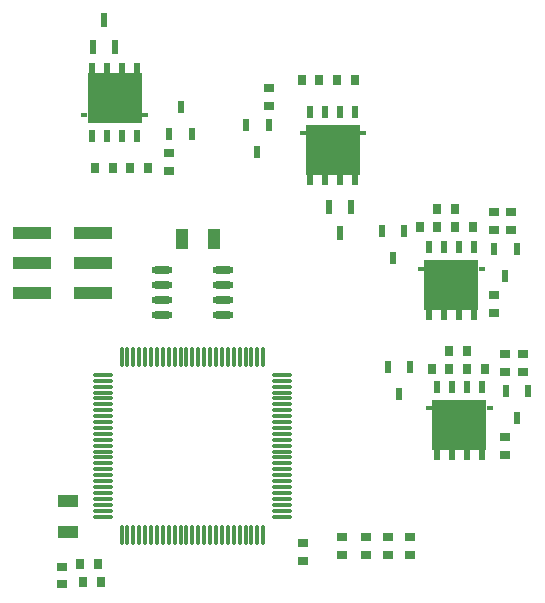
<source format=gtp>
G04 Layer_Color=8421504*
%FSLAX24Y24*%
%MOIN*%
G70*
G01*
G75*
%ADD10R,0.0276X0.0354*%
%ADD11R,0.0236X0.0413*%
%ADD12R,0.0354X0.0276*%
%ADD13R,0.1250X0.0449*%
%ADD14O,0.0709X0.0118*%
%ADD15O,0.0118X0.0709*%
%ADD16R,0.1819X0.1661*%
%ADD17R,0.0213X0.0138*%
%ADD18R,0.0220X0.0339*%
%ADD19R,0.0220X0.0417*%
%ADD20R,0.0236X0.0453*%
%ADD21O,0.0709X0.0236*%
%ADD22R,0.0433X0.0669*%
%ADD23R,0.0669X0.0433*%
D10*
X12106Y19488D02*
D03*
X11516D02*
D03*
X16043Y14567D02*
D03*
X15453D02*
D03*
X14862D02*
D03*
X14272D02*
D03*
X15256Y10433D02*
D03*
X15846D02*
D03*
X5217Y16535D02*
D03*
X4626D02*
D03*
X3445D02*
D03*
X4035D02*
D03*
X10335Y19488D02*
D03*
X10925D02*
D03*
X3051Y2756D02*
D03*
X3642D02*
D03*
X16437Y9843D02*
D03*
X15846D02*
D03*
X15256D02*
D03*
X14665D02*
D03*
X2953Y3346D02*
D03*
X3543D02*
D03*
X14862Y15157D02*
D03*
X15453D02*
D03*
D11*
X17126Y12933D02*
D03*
X16752Y13839D02*
D03*
X17500D02*
D03*
X13583Y8996D02*
D03*
X13209Y9902D02*
D03*
X13957D02*
D03*
X13386Y13524D02*
D03*
X13012Y14429D02*
D03*
X13760D02*
D03*
X6299Y18563D02*
D03*
X6673Y17657D02*
D03*
X5925D02*
D03*
X17520Y8209D02*
D03*
X17146Y9114D02*
D03*
X17894D02*
D03*
X8858Y17067D02*
D03*
X8484Y17972D02*
D03*
X9232D02*
D03*
D12*
X17323Y15059D02*
D03*
Y14468D02*
D03*
X16732Y15059D02*
D03*
Y14468D02*
D03*
Y12303D02*
D03*
Y11713D02*
D03*
X17126Y10335D02*
D03*
Y9744D02*
D03*
X17717Y10335D02*
D03*
Y9744D02*
D03*
X2362Y3248D02*
D03*
Y2657D02*
D03*
X5906Y16437D02*
D03*
Y17028D02*
D03*
X17126Y7579D02*
D03*
Y6988D02*
D03*
X9252Y19193D02*
D03*
Y18602D02*
D03*
X10394Y4035D02*
D03*
Y3445D02*
D03*
X11693Y4232D02*
D03*
Y3642D02*
D03*
X12480Y4232D02*
D03*
Y3642D02*
D03*
X13937Y4232D02*
D03*
Y3642D02*
D03*
X13228Y4232D02*
D03*
Y3642D02*
D03*
D13*
X3387Y14386D02*
D03*
X1338D02*
D03*
X3387Y13386D02*
D03*
X1338D02*
D03*
Y12386D02*
D03*
X3387D02*
D03*
D14*
X9665Y4921D02*
D03*
Y5118D02*
D03*
Y5315D02*
D03*
Y5512D02*
D03*
Y5709D02*
D03*
Y5906D02*
D03*
Y6102D02*
D03*
Y6299D02*
D03*
Y6496D02*
D03*
Y6693D02*
D03*
Y6890D02*
D03*
Y7087D02*
D03*
Y7283D02*
D03*
Y7480D02*
D03*
Y7677D02*
D03*
Y7874D02*
D03*
Y8071D02*
D03*
Y8268D02*
D03*
Y8465D02*
D03*
Y8661D02*
D03*
Y8858D02*
D03*
Y9055D02*
D03*
Y9252D02*
D03*
Y9449D02*
D03*
Y9646D02*
D03*
X3720D02*
D03*
Y9449D02*
D03*
Y9252D02*
D03*
Y9055D02*
D03*
Y8858D02*
D03*
Y8661D02*
D03*
Y8465D02*
D03*
Y8268D02*
D03*
Y8071D02*
D03*
Y7874D02*
D03*
Y7677D02*
D03*
Y7480D02*
D03*
Y7283D02*
D03*
Y7087D02*
D03*
Y6890D02*
D03*
Y6693D02*
D03*
Y6496D02*
D03*
Y6299D02*
D03*
Y6102D02*
D03*
Y5906D02*
D03*
Y5709D02*
D03*
Y5512D02*
D03*
Y5315D02*
D03*
Y5118D02*
D03*
Y4921D02*
D03*
D15*
X9055Y10256D02*
D03*
X8858D02*
D03*
X8661D02*
D03*
X8465D02*
D03*
X8268D02*
D03*
X8071D02*
D03*
X7874D02*
D03*
X7677D02*
D03*
X7480D02*
D03*
X7283D02*
D03*
X7087D02*
D03*
X6890D02*
D03*
X6693D02*
D03*
X6496D02*
D03*
X6299D02*
D03*
X6102D02*
D03*
X5906D02*
D03*
X5709D02*
D03*
X5512D02*
D03*
X5315D02*
D03*
X5118D02*
D03*
X4921D02*
D03*
X4724D02*
D03*
X4528D02*
D03*
X4331D02*
D03*
Y4311D02*
D03*
X4528D02*
D03*
X4724D02*
D03*
X4921D02*
D03*
X5118D02*
D03*
X5315D02*
D03*
X5512D02*
D03*
X5709D02*
D03*
X5906D02*
D03*
X6102D02*
D03*
X6299D02*
D03*
X6496D02*
D03*
X6693D02*
D03*
X6890D02*
D03*
X7087D02*
D03*
X7283D02*
D03*
X7480D02*
D03*
X7677D02*
D03*
X7874D02*
D03*
X8071D02*
D03*
X8268D02*
D03*
X8465D02*
D03*
X8661D02*
D03*
X8858D02*
D03*
X9055D02*
D03*
D16*
X11380Y17142D02*
D03*
X4102Y18868D02*
D03*
X15323Y12628D02*
D03*
X15589Y7988D02*
D03*
D17*
X12396Y17703D02*
D03*
X10364D02*
D03*
X3087Y18307D02*
D03*
X5118D02*
D03*
X16339Y13189D02*
D03*
X14307D02*
D03*
X16604Y8549D02*
D03*
X14573D02*
D03*
D18*
X10630Y16142D02*
D03*
X11130D02*
D03*
X11630D02*
D03*
X12130D02*
D03*
X4852Y19868D02*
D03*
X4352D02*
D03*
X3852D02*
D03*
X3352D02*
D03*
X14573Y11628D02*
D03*
X15073D02*
D03*
X15573D02*
D03*
X16073D02*
D03*
X14839Y6988D02*
D03*
X15339D02*
D03*
X15839D02*
D03*
X16339D02*
D03*
D19*
X12130Y18406D02*
D03*
X11630D02*
D03*
X11130D02*
D03*
X10630D02*
D03*
X3352Y17604D02*
D03*
X3852D02*
D03*
X4352D02*
D03*
X4852D02*
D03*
X16073Y13892D02*
D03*
X15573D02*
D03*
X15073D02*
D03*
X14573D02*
D03*
X16339Y9252D02*
D03*
X15839D02*
D03*
X15339D02*
D03*
X14839D02*
D03*
D20*
X11988Y15256D02*
D03*
X11240D02*
D03*
X11614Y14370D02*
D03*
X3366Y20571D02*
D03*
X4114D02*
D03*
X3740Y21457D02*
D03*
D21*
X5669Y13152D02*
D03*
Y12652D02*
D03*
Y12152D02*
D03*
Y11652D02*
D03*
X7717Y13152D02*
D03*
Y12652D02*
D03*
Y12152D02*
D03*
Y11652D02*
D03*
D22*
X7421Y14173D02*
D03*
X6358D02*
D03*
D23*
X2559Y4390D02*
D03*
Y5453D02*
D03*
M02*

</source>
